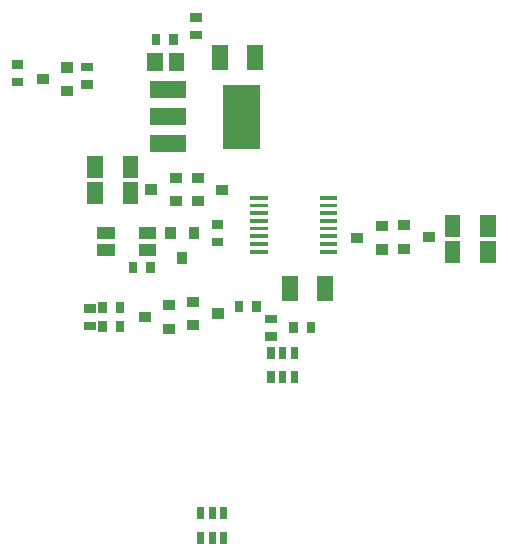
<source format=gbr>
G04 start of page 16 for group -4014 idx -4014 *
G04 Title: (unknown), bottompaste *
G04 Creator: pcb 20100929 *
G04 CreationDate: Mon 18 Oct 2010 20:02:07 GMT UTC *
G04 For: alex *
G04 Format: Gerber/RS-274X *
G04 PCB-Dimensions: 253937 234252 *
G04 PCB-Coordinate-Origin: lower left *
%MOIN*%
%FSLAX25Y25*%
%LNBACKPASTE*%
%ADD24R,0.0283X0.0283*%
%ADD25R,0.0512X0.0512*%
%ADD26R,0.0240X0.0240*%
%ADD31R,0.0130X0.0130*%
%ADD32R,0.0530X0.0530*%
%ADD41R,0.0340X0.0340*%
%ADD42R,0.0394X0.0394*%
%ADD43R,0.1220X0.1220*%
%ADD44R,0.0560X0.0560*%
G54D41*X85527Y97245D02*X86127D01*
X85527Y89445D02*X86127D01*
X77327Y93345D02*X77927D01*
G54D24*X101485Y124177D02*X102453D01*
X101485Y118343D02*X102453D01*
X94308Y193236D02*X95276D01*
X94308Y187402D02*X95276D01*
G54D41*X87796Y139764D02*X88396D01*
X87796Y131964D02*X88396D01*
X79596Y135864D02*X80196D01*
X93563Y90589D02*X94163D01*
X93563Y98389D02*X94163D01*
X101763Y94489D02*X102363D01*
X86221Y121654D02*Y121054D01*
X94021Y121654D02*Y121054D01*
X90121Y113454D02*Y112854D01*
G54D25*X61025Y144489D02*Y142127D01*
X72835Y144489D02*Y142127D01*
G54D24*X87169Y186311D02*Y185343D01*
X81335Y186311D02*Y185343D01*
X109056Y97425D02*Y96457D01*
X114890Y97425D02*Y96457D01*
X69453Y90642D02*Y89674D01*
X63619Y90642D02*Y89674D01*
X58965Y96225D02*X59933D01*
X58965Y90391D02*X59933D01*
G54D41*X163873Y116143D02*X164473D01*
X163873Y123943D02*X164473D01*
X172073Y120043D02*X172673D01*
G54D25*X192126Y116143D02*Y113781D01*
X180316Y116143D02*Y113781D01*
X192127Y124803D02*Y122441D01*
X180317Y124803D02*Y122441D01*
X81104Y178740D02*Y177954D01*
X88190Y178740D02*Y177954D01*
G54D32*X102756Y181497D02*Y178297D01*
X114356Y181497D02*Y178297D01*
G54D25*X61025Y135827D02*Y133465D01*
X72835Y135827D02*Y133465D01*
G54D41*X95070Y131890D02*X95670D01*
X95070Y139690D02*X95670D01*
X103270Y135790D02*X103870D01*
G54D44*X82143Y151067D02*X88743D01*
X82143Y160067D02*X88743D01*
X82143Y169167D02*X88743D01*
G54D43*X109843Y164567D02*Y155567D01*
G54D42*X63780Y115749D02*X65748D01*
X63780Y121261D02*X65748D01*
X77560D02*X79528D01*
X77560Y115749D02*X79528D01*
G54D24*X57875Y170866D02*X58843D01*
X57875Y176700D02*X58843D01*
X34860Y177559D02*X35828D01*
X34860Y171725D02*X35828D01*
G54D41*X51574Y176503D02*X52174D01*
X51574Y168703D02*X52174D01*
X43374Y172603D02*X43974D01*
G54D32*X126196Y104382D02*Y101182D01*
X137796Y104382D02*Y101182D01*
G54D24*X133000Y90339D02*Y89371D01*
X127166Y90339D02*Y89371D01*
G54D26*X96217Y28769D02*Y27169D01*
X100117Y28769D02*Y27169D01*
X104017Y28769D02*Y27169D01*
Y20569D02*Y18969D01*
X100117Y20569D02*Y18969D01*
X96217Y20569D02*Y18969D01*
G54D24*X73694Y110237D02*Y109269D01*
X79528Y110237D02*Y109269D01*
G54D41*X156392Y123624D02*X156992D01*
X156392Y115824D02*X156992D01*
X148192Y119724D02*X148792D01*
G54D26*X119760Y82216D02*Y80616D01*
X123660Y82216D02*Y80616D01*
X127560Y82216D02*Y80616D01*
Y74016D02*Y72416D01*
X123660Y74016D02*Y72416D01*
X119760Y74016D02*Y72416D01*
G54D24*X119201Y92681D02*X120169D01*
X119201Y86847D02*X120169D01*
X69453Y96941D02*Y95973D01*
X63619Y96941D02*Y95973D01*
G54D31*X113388Y115157D02*X117994D01*
X113388Y117716D02*X117994D01*
X113388Y120275D02*X117994D01*
X113388Y122834D02*X117994D01*
X113388Y125392D02*X117994D01*
X113388Y127951D02*X117994D01*
X113388Y130510D02*X117994D01*
X113388Y133069D02*X117994D01*
X136616D02*X141222D01*
X136616Y130510D02*X141222D01*
X136616Y127951D02*X141222D01*
X136616Y125392D02*X141222D01*
X136616Y122834D02*X141222D01*
X136616Y120275D02*X141222D01*
X136616Y117716D02*X141222D01*
X136616Y115157D02*X141222D01*
M02*

</source>
